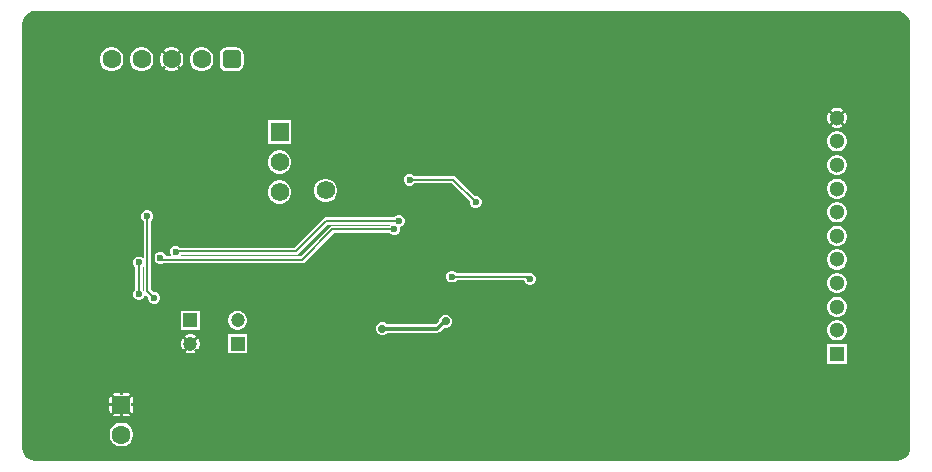
<source format=gbr>
%TF.GenerationSoftware,Altium Limited,Altium Designer,24.5.1 (21)*%
G04 Layer_Physical_Order=2*
G04 Layer_Color=16711680*
%FSLAX45Y45*%
%MOMM*%
%TF.SameCoordinates,A56B3D6E-D5BE-476E-BB8E-EB53D717D8A4*%
%TF.FilePolarity,Positive*%
%TF.FileFunction,Copper,L2,Bot,Signal*%
%TF.Part,Single*%
G01*
G75*
%TA.AperFunction,Conductor*%
%ADD34C,0.30000*%
%ADD35C,0.20000*%
%TA.AperFunction,ComponentPad*%
%ADD37C,1.60000*%
G04:AMPARAMS|DCode=38|XSize=1.6mm|YSize=1.6mm|CornerRadius=0.4mm|HoleSize=0mm|Usage=FLASHONLY|Rotation=180.000|XOffset=0mm|YOffset=0mm|HoleType=Round|Shape=RoundedRectangle|*
%AMROUNDEDRECTD38*
21,1,1.60000,0.80000,0,0,180.0*
21,1,0.80000,1.60000,0,0,180.0*
1,1,0.80000,-0.40000,0.40000*
1,1,0.80000,0.40000,0.40000*
1,1,0.80000,0.40000,-0.40000*
1,1,0.80000,-0.40000,-0.40000*
%
%ADD38ROUNDEDRECTD38*%
%ADD39C,1.20000*%
%ADD40R,1.20000X1.20000*%
G04:AMPARAMS|DCode=41|XSize=1.6mm|YSize=1.6mm|CornerRadius=0.4mm|HoleSize=0mm|Usage=FLASHONLY|Rotation=270.000|XOffset=0mm|YOffset=0mm|HoleType=Round|Shape=RoundedRectangle|*
%AMROUNDEDRECTD41*
21,1,1.60000,0.80000,0,0,270.0*
21,1,0.80000,1.60000,0,0,270.0*
1,1,0.80000,-0.40000,-0.40000*
1,1,0.80000,-0.40000,0.40000*
1,1,0.80000,0.40000,0.40000*
1,1,0.80000,0.40000,-0.40000*
%
%ADD41ROUNDEDRECTD41*%
%ADD42R,1.30000X1.30000*%
%ADD43C,1.30000*%
%ADD44C,1.57000*%
%ADD45R,1.57000X1.57000*%
%TA.AperFunction,ViaPad*%
%ADD46C,0.60000*%
%ADD47C,0.70000*%
G36*
X17006886Y9224713D02*
X17028030Y9215955D01*
X17047060Y9203241D01*
X17063242Y9187058D01*
X17075955Y9168031D01*
X17084714Y9146887D01*
X17089177Y9124442D01*
Y9113000D01*
Y5537000D01*
Y5525558D01*
X17084714Y5503113D01*
X17075955Y5481970D01*
X17063242Y5462941D01*
X17047058Y5446758D01*
X17028030Y5434045D01*
X17006886Y5425287D01*
X16984444Y5420823D01*
X9675557D01*
X9653112Y5425287D01*
X9631970Y5434045D01*
X9612941Y5446759D01*
X9596758Y5462942D01*
X9584045Y5481969D01*
X9575287Y5503113D01*
X9570823Y5525557D01*
Y5537000D01*
Y9113000D01*
Y9124443D01*
X9575287Y9146887D01*
X9584045Y9168030D01*
X9596759Y9187059D01*
X9612942Y9203241D01*
X9631969Y9215955D01*
X9653112Y9224713D01*
X9675557Y9229177D01*
X16984442D01*
X17006886Y9224713D01*
D02*
G37*
%LPC*%
G36*
X10849165Y8920000D02*
X10822835D01*
X10797402Y8913185D01*
X10774599Y8900020D01*
X10774270Y8899691D01*
X10790743Y8883217D01*
X10772783Y8865257D01*
X10756309Y8881730D01*
X10755980Y8881401D01*
X10742815Y8858598D01*
X10736000Y8833165D01*
Y8806835D01*
X10742815Y8781402D01*
X10755980Y8758599D01*
X10756309Y8758270D01*
X10772783Y8774743D01*
X10790743Y8756783D01*
X10774270Y8740309D01*
X10774599Y8739980D01*
X10797402Y8726815D01*
X10822835Y8720000D01*
X10849165D01*
X10874598Y8726815D01*
X10897401Y8739980D01*
X10897730Y8740309D01*
X10881257Y8756783D01*
X10899217Y8774743D01*
X10915691Y8758270D01*
X10916020Y8758599D01*
X10929185Y8781402D01*
X10936000Y8806835D01*
Y8833165D01*
X10929185Y8858598D01*
X10916020Y8881401D01*
X10915691Y8881730D01*
X10899217Y8865257D01*
X10881257Y8883217D01*
X10897730Y8899691D01*
X10897401Y8900020D01*
X10874598Y8913185D01*
X10849165Y8920000D01*
D02*
G37*
G36*
X11103165D02*
X11076835D01*
X11051402Y8913185D01*
X11028599Y8900020D01*
X11009980Y8881401D01*
X10996815Y8858598D01*
X10990000Y8833165D01*
Y8806835D01*
X10996815Y8781402D01*
X11009980Y8758599D01*
X11028599Y8739980D01*
X11051402Y8726815D01*
X11076835Y8720000D01*
X11103165D01*
X11128598Y8726815D01*
X11151401Y8739980D01*
X11170020Y8758599D01*
X11183185Y8781402D01*
X11190000Y8806835D01*
Y8833165D01*
X11183185Y8858598D01*
X11170020Y8881401D01*
X11151401Y8900020D01*
X11128598Y8913185D01*
X11103165Y8920000D01*
D02*
G37*
G36*
X10595165D02*
X10568835D01*
X10543402Y8913185D01*
X10520599Y8900020D01*
X10501980Y8881401D01*
X10488815Y8858598D01*
X10482000Y8833165D01*
Y8806835D01*
X10488815Y8781402D01*
X10501980Y8758599D01*
X10520599Y8739980D01*
X10543402Y8726815D01*
X10568835Y8720000D01*
X10595165D01*
X10620598Y8726815D01*
X10643401Y8739980D01*
X10662020Y8758599D01*
X10675185Y8781402D01*
X10682000Y8806835D01*
Y8833165D01*
X10675185Y8858598D01*
X10662020Y8881401D01*
X10643401Y8900020D01*
X10620598Y8913185D01*
X10595165Y8920000D01*
D02*
G37*
G36*
X10341165D02*
X10314835D01*
X10289402Y8913185D01*
X10266599Y8900020D01*
X10247980Y8881401D01*
X10234815Y8858598D01*
X10228000Y8833165D01*
Y8806835D01*
X10234815Y8781402D01*
X10247980Y8758599D01*
X10266599Y8739980D01*
X10289402Y8726815D01*
X10314835Y8720000D01*
X10341165D01*
X10366598Y8726815D01*
X10389401Y8739980D01*
X10408020Y8758599D01*
X10421185Y8781402D01*
X10428000Y8806835D01*
Y8833165D01*
X10421185Y8858598D01*
X10408020Y8881401D01*
X10389401Y8900020D01*
X10366598Y8913185D01*
X10341165Y8920000D01*
D02*
G37*
G36*
X11384000Y8921175D02*
X11304000D01*
X11280589Y8916519D01*
X11260743Y8903257D01*
X11247481Y8883411D01*
X11242825Y8860000D01*
Y8780000D01*
X11247481Y8756589D01*
X11260743Y8736742D01*
X11280589Y8723481D01*
X11304000Y8718825D01*
X11384000D01*
X11407411Y8723481D01*
X11427257Y8736742D01*
X11440519Y8756589D01*
X11445175Y8780000D01*
Y8860000D01*
X11440519Y8883411D01*
X11427257Y8903257D01*
X11407411Y8916519D01*
X11384000Y8921175D01*
D02*
G37*
G36*
X16481190Y8410000D02*
X16458810D01*
X16437192Y8404207D01*
X16419164Y8393798D01*
X16435519Y8377442D01*
X16417558Y8359482D01*
X16401202Y8375838D01*
X16390793Y8357809D01*
X16385001Y8336191D01*
Y8313810D01*
X16390793Y8292191D01*
X16401202Y8274162D01*
X16417558Y8290518D01*
X16435519Y8272558D01*
X16419164Y8256202D01*
X16437192Y8245793D01*
X16458810Y8240000D01*
X16481190D01*
X16502811Y8245793D01*
X16520839Y8256202D01*
X16504483Y8272558D01*
X16522443Y8290518D01*
X16538799Y8274162D01*
X16549208Y8292191D01*
X16555000Y8313810D01*
Y8336191D01*
X16549208Y8357809D01*
X16538799Y8375838D01*
X16522443Y8359482D01*
X16504483Y8377442D01*
X16520839Y8393798D01*
X16502811Y8404207D01*
X16481190Y8410000D01*
D02*
G37*
G36*
X11848500Y8302500D02*
X11651500D01*
Y8105500D01*
X11848500D01*
Y8302500D01*
D02*
G37*
G36*
X16481190Y8210000D02*
X16458810D01*
X16437192Y8204207D01*
X16417810Y8193017D01*
X16401984Y8177191D01*
X16390793Y8157809D01*
X16385001Y8136190D01*
Y8113810D01*
X16390793Y8092191D01*
X16401984Y8072809D01*
X16417810Y8056983D01*
X16437192Y8045793D01*
X16458810Y8040000D01*
X16481190D01*
X16502811Y8045793D01*
X16522192Y8056983D01*
X16538017Y8072809D01*
X16549208Y8092191D01*
X16555000Y8113810D01*
Y8136190D01*
X16549208Y8157809D01*
X16538017Y8177191D01*
X16522192Y8193017D01*
X16502811Y8204207D01*
X16481190Y8210000D01*
D02*
G37*
G36*
X11762968Y8048500D02*
X11737032D01*
X11711981Y8041787D01*
X11689520Y8028820D01*
X11671181Y8010481D01*
X11658213Y7988020D01*
X11651500Y7962968D01*
Y7937032D01*
X11658213Y7911981D01*
X11671181Y7889520D01*
X11689520Y7871181D01*
X11711981Y7858213D01*
X11737032Y7851500D01*
X11762968D01*
X11788020Y7858213D01*
X11810481Y7871181D01*
X11828820Y7889520D01*
X11841787Y7911981D01*
X11848500Y7937032D01*
Y7962968D01*
X11841787Y7988020D01*
X11828820Y8010481D01*
X11810481Y8028820D01*
X11788020Y8041787D01*
X11762968Y8048500D01*
D02*
G37*
G36*
X16481190Y8010000D02*
X16458810D01*
X16437192Y8004208D01*
X16417810Y7993017D01*
X16401984Y7977191D01*
X16390793Y7957809D01*
X16385001Y7936191D01*
Y7913810D01*
X16390793Y7892191D01*
X16401984Y7872809D01*
X16417810Y7856983D01*
X16437192Y7845793D01*
X16458810Y7840000D01*
X16481190D01*
X16502811Y7845793D01*
X16522192Y7856983D01*
X16538017Y7872809D01*
X16549208Y7892191D01*
X16555000Y7913810D01*
Y7936191D01*
X16549208Y7957809D01*
X16538017Y7977191D01*
X16522192Y7993017D01*
X16502811Y8004208D01*
X16481190Y8010000D01*
D02*
G37*
G36*
Y7810000D02*
X16458810D01*
X16437192Y7804207D01*
X16417810Y7793017D01*
X16401984Y7777191D01*
X16390793Y7757809D01*
X16385001Y7736191D01*
Y7713810D01*
X16390793Y7692191D01*
X16401984Y7672809D01*
X16417810Y7656983D01*
X16437192Y7645793D01*
X16458810Y7640000D01*
X16481190D01*
X16502811Y7645793D01*
X16522192Y7656983D01*
X16538017Y7672809D01*
X16549208Y7692191D01*
X16555000Y7713810D01*
Y7736191D01*
X16549208Y7757809D01*
X16538017Y7777191D01*
X16522192Y7793017D01*
X16502811Y7804207D01*
X16481190Y7810000D01*
D02*
G37*
G36*
X12152968Y7808500D02*
X12127032D01*
X12101981Y7801787D01*
X12079520Y7788820D01*
X12061181Y7770481D01*
X12048213Y7748020D01*
X12041500Y7722968D01*
Y7697032D01*
X12048213Y7671981D01*
X12061181Y7649520D01*
X12079520Y7631181D01*
X12101981Y7618213D01*
X12127032Y7611500D01*
X12152968D01*
X12178020Y7618213D01*
X12200481Y7631181D01*
X12218820Y7649520D01*
X12231787Y7671981D01*
X12238500Y7697032D01*
Y7722968D01*
X12231787Y7748020D01*
X12218820Y7770481D01*
X12200481Y7788820D01*
X12178020Y7801787D01*
X12152968Y7808500D01*
D02*
G37*
G36*
X11762968Y7794500D02*
X11737032D01*
X11711981Y7787787D01*
X11689520Y7774820D01*
X11671181Y7756481D01*
X11658213Y7734020D01*
X11651500Y7708968D01*
Y7683032D01*
X11658213Y7657981D01*
X11671181Y7635520D01*
X11689520Y7617181D01*
X11711981Y7604213D01*
X11737032Y7597500D01*
X11762968D01*
X11788020Y7604213D01*
X11810481Y7617181D01*
X11828820Y7635520D01*
X11841787Y7657981D01*
X11848500Y7683032D01*
Y7708968D01*
X11841787Y7734020D01*
X11828820Y7756481D01*
X11810481Y7774820D01*
X11788020Y7787787D01*
X11762968Y7794500D01*
D02*
G37*
G36*
X12859946Y7850000D02*
X12840054D01*
X12821677Y7842388D01*
X12807613Y7828323D01*
X12800000Y7809946D01*
Y7790054D01*
X12807613Y7771677D01*
X12821677Y7757612D01*
X12840054Y7750000D01*
X12859946D01*
X12878323Y7757612D01*
X12890123Y7769412D01*
X13207330D01*
X13360001Y7616742D01*
Y7600054D01*
X13367612Y7581677D01*
X13381677Y7567612D01*
X13400053Y7560000D01*
X13419946D01*
X13438322Y7567612D01*
X13452388Y7581677D01*
X13460001Y7600054D01*
Y7619946D01*
X13452388Y7638323D01*
X13438322Y7652388D01*
X13419946Y7660000D01*
X13403258D01*
X13241629Y7821629D01*
X13231706Y7828259D01*
X13220000Y7830588D01*
X13220000Y7830588D01*
X12890123D01*
X12878323Y7842388D01*
X12859946Y7850000D01*
D02*
G37*
G36*
X16481190Y7610000D02*
X16458810D01*
X16437192Y7604207D01*
X16417810Y7593017D01*
X16401984Y7577191D01*
X16390793Y7557809D01*
X16385001Y7536190D01*
Y7513809D01*
X16390793Y7492191D01*
X16401984Y7472809D01*
X16417810Y7456983D01*
X16437192Y7445793D01*
X16458810Y7440000D01*
X16481190D01*
X16502811Y7445793D01*
X16522192Y7456983D01*
X16538017Y7472809D01*
X16549208Y7492191D01*
X16555000Y7513809D01*
Y7536190D01*
X16549208Y7557809D01*
X16538017Y7577191D01*
X16522192Y7593017D01*
X16502811Y7604207D01*
X16481190Y7610000D01*
D02*
G37*
G36*
X12769946Y7500000D02*
X12750054D01*
X12731677Y7492388D01*
X12719877Y7480588D01*
X12140000D01*
X12128295Y7478259D01*
X12118371Y7471629D01*
X12118371Y7471628D01*
X11872330Y7225588D01*
X10905123D01*
X10898323Y7232388D01*
X10879946Y7240000D01*
X10860054D01*
X10841677Y7232388D01*
X10827612Y7218323D01*
X10820000Y7199946D01*
Y7180054D01*
X10827612Y7161677D01*
X10834102Y7155188D01*
X10788569D01*
X10783644Y7167078D01*
X10769578Y7181143D01*
X10751201Y7188755D01*
X10731310D01*
X10712933Y7181143D01*
X10698868Y7167078D01*
X10691256Y7148701D01*
Y7128810D01*
X10698868Y7110433D01*
X10712933Y7096367D01*
X10731310Y7088755D01*
X10751201D01*
X10764653Y7094327D01*
X10766235Y7094012D01*
X10766236Y7094012D01*
X11941577D01*
X11941578Y7094012D01*
X11953284Y7096341D01*
X11963207Y7102971D01*
X12209648Y7349412D01*
X12679877D01*
X12691677Y7337612D01*
X12710054Y7330000D01*
X12729946D01*
X12748323Y7337612D01*
X12762388Y7351677D01*
X12770000Y7370054D01*
Y7389946D01*
X12765835Y7400000D01*
X12769946D01*
X12788323Y7407612D01*
X12802388Y7421677D01*
X12810001Y7440054D01*
Y7459946D01*
X12802388Y7478323D01*
X12788323Y7492388D01*
X12769946Y7500000D01*
D02*
G37*
G36*
X16481190Y7410000D02*
X16458810D01*
X16437192Y7404207D01*
X16417810Y7393017D01*
X16401984Y7377191D01*
X16390793Y7357809D01*
X16385001Y7336191D01*
Y7313810D01*
X16390793Y7292191D01*
X16401984Y7272809D01*
X16417810Y7256983D01*
X16437192Y7245793D01*
X16458810Y7240000D01*
X16481190D01*
X16502811Y7245793D01*
X16522192Y7256983D01*
X16538017Y7272809D01*
X16549208Y7292191D01*
X16555000Y7313810D01*
Y7336191D01*
X16549208Y7357809D01*
X16538017Y7377191D01*
X16522192Y7393017D01*
X16502811Y7404207D01*
X16481190Y7410000D01*
D02*
G37*
G36*
X10639946Y7540000D02*
X10620054D01*
X10601677Y7532388D01*
X10587612Y7518323D01*
X10580000Y7499946D01*
Y7480054D01*
X10587612Y7461677D01*
X10599412Y7449877D01*
Y7131298D01*
X10588323Y7142388D01*
X10569946Y7150000D01*
X10550054D01*
X10531677Y7142388D01*
X10517612Y7128323D01*
X10510000Y7109946D01*
Y7090054D01*
X10517612Y7071677D01*
X10529412Y7059877D01*
Y6870123D01*
X10517612Y6858323D01*
X10510000Y6839946D01*
Y6820054D01*
X10517612Y6801677D01*
X10531677Y6787612D01*
X10550054Y6780000D01*
X10569946D01*
X10588323Y6787612D01*
X10602388Y6801677D01*
X10610000Y6820054D01*
Y6836742D01*
X10640000Y6806743D01*
Y6790054D01*
X10647612Y6771677D01*
X10661677Y6757612D01*
X10680054Y6750000D01*
X10699946D01*
X10718323Y6757612D01*
X10732388Y6771677D01*
X10740000Y6790054D01*
Y6809946D01*
X10732388Y6828323D01*
X10718323Y6842388D01*
X10699946Y6850000D01*
X10683258D01*
X10660588Y6872670D01*
Y7449877D01*
X10672388Y7461677D01*
X10680000Y7480054D01*
Y7499946D01*
X10672388Y7518323D01*
X10658323Y7532388D01*
X10639946Y7540000D01*
D02*
G37*
G36*
X16481190Y7210000D02*
X16458810D01*
X16437192Y7204207D01*
X16417810Y7193017D01*
X16401984Y7177191D01*
X16390793Y7157809D01*
X16385001Y7136190D01*
Y7113809D01*
X16390793Y7092191D01*
X16401984Y7072809D01*
X16417810Y7056983D01*
X16437192Y7045793D01*
X16458810Y7040000D01*
X16481190D01*
X16502811Y7045793D01*
X16522192Y7056983D01*
X16538017Y7072809D01*
X16549208Y7092191D01*
X16555000Y7113809D01*
Y7136190D01*
X16549208Y7157809D01*
X16538017Y7177191D01*
X16522192Y7193017D01*
X16502811Y7204207D01*
X16481190Y7210000D01*
D02*
G37*
G36*
X13219946Y7030000D02*
X13200053D01*
X13181677Y7022388D01*
X13167612Y7008323D01*
X13160001Y6989946D01*
Y6970054D01*
X13167612Y6951677D01*
X13181677Y6937612D01*
X13200053Y6930000D01*
X13219946D01*
X13238322Y6937612D01*
X13250124Y6949412D01*
X13820267D01*
X13827612Y6931677D01*
X13841676Y6917612D01*
X13860054Y6910000D01*
X13879945D01*
X13898323Y6917612D01*
X13912389Y6931677D01*
X13920000Y6950054D01*
Y6969946D01*
X13912389Y6988323D01*
X13898323Y7002388D01*
X13879945Y7010000D01*
X13860054D01*
X13852785Y7006988D01*
X13850880Y7008259D01*
X13839175Y7010588D01*
X13839175Y7010588D01*
X13250124D01*
X13238322Y7022388D01*
X13219946Y7030000D01*
D02*
G37*
G36*
X16481190Y7010000D02*
X16458810D01*
X16437192Y7004207D01*
X16417810Y6993017D01*
X16401984Y6977191D01*
X16390793Y6957809D01*
X16385001Y6936191D01*
Y6913810D01*
X16390793Y6892191D01*
X16401984Y6872809D01*
X16417810Y6856983D01*
X16437192Y6845793D01*
X16458810Y6840000D01*
X16481190D01*
X16502811Y6845793D01*
X16522192Y6856983D01*
X16538017Y6872809D01*
X16549208Y6892191D01*
X16555000Y6913810D01*
Y6936191D01*
X16549208Y6957809D01*
X16538017Y6977191D01*
X16522192Y6993017D01*
X16502811Y7004207D01*
X16481190Y7010000D01*
D02*
G37*
G36*
Y6810000D02*
X16458810D01*
X16437192Y6804207D01*
X16417810Y6793017D01*
X16401984Y6777191D01*
X16390793Y6757809D01*
X16385001Y6736190D01*
Y6713810D01*
X16390793Y6692191D01*
X16401984Y6672809D01*
X16417810Y6656983D01*
X16437192Y6645793D01*
X16458810Y6640000D01*
X16481190D01*
X16502811Y6645793D01*
X16522192Y6656983D01*
X16538017Y6672809D01*
X16549208Y6692191D01*
X16555000Y6713810D01*
Y6736190D01*
X16549208Y6757809D01*
X16538017Y6777191D01*
X16522192Y6793017D01*
X16502811Y6804207D01*
X16481190Y6810000D01*
D02*
G37*
G36*
X13165939Y6655000D02*
X13144060D01*
X13123845Y6646627D01*
X13108372Y6631155D01*
X13100000Y6610940D01*
Y6603911D01*
X13071774Y6575686D01*
X12662096D01*
X12651155Y6586626D01*
X12630940Y6595000D01*
X12609060D01*
X12588845Y6586626D01*
X12573373Y6571155D01*
X12565000Y6550940D01*
Y6529060D01*
X12573373Y6508845D01*
X12588845Y6493373D01*
X12609060Y6485000D01*
X12630940D01*
X12651155Y6493373D01*
X12662096Y6504314D01*
X13086555D01*
X13100212Y6507031D01*
X13111790Y6514766D01*
X13142619Y6545597D01*
X13144060Y6545000D01*
X13165939D01*
X13186156Y6553373D01*
X13201627Y6568845D01*
X13210001Y6589060D01*
Y6610940D01*
X13201627Y6631155D01*
X13186156Y6646627D01*
X13165939Y6655000D01*
D02*
G37*
G36*
X11405532Y6690000D02*
X11384468D01*
X11364121Y6684548D01*
X11345879Y6674016D01*
X11330984Y6659121D01*
X11320452Y6640879D01*
X11315000Y6620532D01*
Y6599468D01*
X11320452Y6579121D01*
X11330984Y6560879D01*
X11345879Y6545984D01*
X11364121Y6535452D01*
X11384468Y6530000D01*
X11405532D01*
X11425879Y6535452D01*
X11444121Y6545984D01*
X11459016Y6560879D01*
X11469548Y6579121D01*
X11475000Y6599468D01*
Y6620532D01*
X11469548Y6640879D01*
X11459016Y6659121D01*
X11444121Y6674016D01*
X11425879Y6684548D01*
X11405532Y6690000D01*
D02*
G37*
G36*
X11075000D02*
X10915000D01*
Y6530000D01*
X11075000D01*
Y6690000D01*
D02*
G37*
G36*
X11005532Y6490000D02*
X10984468D01*
X10964121Y6484548D01*
X10947822Y6475138D01*
X10964129Y6458831D01*
X10946169Y6440871D01*
X10929862Y6457177D01*
X10920452Y6440879D01*
X10915000Y6420532D01*
Y6399468D01*
X10920452Y6379121D01*
X10929862Y6362822D01*
X10946169Y6379129D01*
X10964129Y6361169D01*
X10947822Y6344862D01*
X10964121Y6335452D01*
X10984468Y6330000D01*
X11005532D01*
X11025879Y6335452D01*
X11042177Y6344862D01*
X11025871Y6361169D01*
X11043831Y6379129D01*
X11060138Y6362822D01*
X11069548Y6379121D01*
X11075000Y6399468D01*
Y6420532D01*
X11069548Y6440879D01*
X11060138Y6457177D01*
X11043831Y6440871D01*
X11025871Y6458831D01*
X11042177Y6475138D01*
X11025879Y6484548D01*
X11005532Y6490000D01*
D02*
G37*
G36*
X16481190Y6610000D02*
X16458810D01*
X16437192Y6604208D01*
X16417810Y6593017D01*
X16401984Y6577191D01*
X16390793Y6557809D01*
X16385001Y6536191D01*
Y6513810D01*
X16390793Y6492191D01*
X16401984Y6472809D01*
X16417810Y6456983D01*
X16437192Y6445793D01*
X16458810Y6440000D01*
X16481190D01*
X16502811Y6445793D01*
X16522192Y6456983D01*
X16538017Y6472809D01*
X16549208Y6492191D01*
X16555000Y6513810D01*
Y6536191D01*
X16549208Y6557809D01*
X16538017Y6577191D01*
X16522192Y6593017D01*
X16502811Y6604208D01*
X16481190Y6610000D01*
D02*
G37*
G36*
X11475000Y6490000D02*
X11315000D01*
Y6330000D01*
X11475000D01*
Y6490000D01*
D02*
G37*
G36*
X16555000Y6410000D02*
X16385001D01*
Y6240000D01*
X16555000D01*
Y6410000D01*
D02*
G37*
G36*
X10450000Y5998175D02*
X10422700D01*
Y5974712D01*
X10397300D01*
Y5998175D01*
X10370000D01*
X10346589Y5993519D01*
X10337509Y5987451D01*
X10353774Y5971187D01*
X10335813Y5953226D01*
X10319549Y5969491D01*
X10313481Y5960411D01*
X10308825Y5937000D01*
Y5909700D01*
X10332288D01*
Y5884300D01*
X10308825D01*
Y5857000D01*
X10313481Y5833589D01*
X10319549Y5824509D01*
X10335813Y5840773D01*
X10353774Y5822813D01*
X10337509Y5806548D01*
X10346589Y5800481D01*
X10370000Y5795825D01*
X10397300D01*
Y5819288D01*
X10422700D01*
Y5795825D01*
X10450000D01*
X10473411Y5800481D01*
X10482491Y5806548D01*
X10466226Y5822813D01*
X10484187Y5840773D01*
X10500451Y5824509D01*
X10506519Y5833589D01*
X10511175Y5857000D01*
Y5884300D01*
X10487712D01*
Y5909700D01*
X10511175D01*
Y5937000D01*
X10506519Y5960411D01*
X10500451Y5969491D01*
X10484187Y5953226D01*
X10466226Y5971187D01*
X10482491Y5987451D01*
X10473411Y5993519D01*
X10450000Y5998175D01*
D02*
G37*
G36*
X10423165Y5743000D02*
X10396835D01*
X10371402Y5736185D01*
X10348599Y5723020D01*
X10329980Y5704401D01*
X10316815Y5681598D01*
X10310000Y5656165D01*
Y5629835D01*
X10316815Y5604402D01*
X10329980Y5581599D01*
X10348599Y5562980D01*
X10371402Y5549815D01*
X10396835Y5543000D01*
X10423165D01*
X10448598Y5549815D01*
X10471401Y5562980D01*
X10490020Y5581599D01*
X10503185Y5604402D01*
X10510000Y5629835D01*
Y5656165D01*
X10503185Y5681598D01*
X10490020Y5704401D01*
X10471401Y5723020D01*
X10448598Y5736185D01*
X10423165Y5743000D01*
D02*
G37*
%LPD*%
G36*
X12679877Y7410588D02*
X12196978D01*
X12185273Y7408259D01*
X12175349Y7401629D01*
X12175349Y7401628D01*
X11928908Y7155188D01*
X10905899D01*
X10912388Y7161677D01*
X10913521Y7164412D01*
X11884999D01*
X11885000Y7164412D01*
X11896705Y7166741D01*
X11906629Y7173371D01*
X12152670Y7419412D01*
X12688702D01*
X12679877Y7410588D01*
D02*
G37*
G36*
X10599412Y6861298D02*
X10590588Y6870123D01*
Y7059877D01*
X10599412Y7068702D01*
Y6861298D01*
D02*
G37*
D34*
X12620000Y6540000D02*
X13086555D01*
X13146556Y6600000D02*
X13155000D01*
X13086555Y6540000D02*
X13146556Y6600000D01*
D35*
X13210001Y6980000D02*
X13839175D01*
X13859177Y6960000D02*
X13870000D01*
X13839175Y6980000D02*
X13859177Y6960000D01*
X12850000Y7800000D02*
X13220000D01*
X13410001Y7610000D01*
X10630000Y6860000D02*
Y7490000D01*
Y6860000D02*
X10690000Y6800000D01*
X10560000Y6830000D02*
Y7100000D01*
X11941578Y7124600D02*
X12196978Y7380000D01*
X12720000D01*
X10752080Y7138755D02*
X10766235Y7124600D01*
X10741256Y7138755D02*
X10752080D01*
X10766235Y7124600D02*
X11941578D01*
X10875000Y7195000D02*
X11885000D01*
X12140000Y7450000D01*
X10870000Y7190000D02*
X10875000Y7195000D01*
X12140000Y7450000D02*
X12760000D01*
D37*
X10328000Y8820000D02*
D03*
X10582000D02*
D03*
X11090000D02*
D03*
X10836000D02*
D03*
X10410000Y5643000D02*
D03*
D38*
X11344000Y8820000D02*
D03*
D39*
X10995000Y6410000D02*
D03*
X11395000Y6610000D02*
D03*
D40*
X10995000D02*
D03*
X11395000Y6410000D02*
D03*
D41*
X10410000Y5897000D02*
D03*
D42*
X16470001Y6325000D02*
D03*
D43*
Y6525000D02*
D03*
Y6725000D02*
D03*
Y6925000D02*
D03*
Y7125000D02*
D03*
Y7325000D02*
D03*
Y7525000D02*
D03*
Y7725000D02*
D03*
Y7925000D02*
D03*
Y8125000D02*
D03*
Y8325000D02*
D03*
D44*
X12140000Y7710000D02*
D03*
X11750000Y7696000D02*
D03*
Y7950000D02*
D03*
D45*
Y8204000D02*
D03*
D46*
X13960001Y8270000D02*
D03*
X13760001D02*
D03*
X13860001Y8275000D02*
D03*
X16560001Y9020000D02*
D03*
X16700000D02*
D03*
Y8900000D02*
D03*
X16560001D02*
D03*
Y8760000D02*
D03*
X16700000D02*
D03*
X12350000Y6630000D02*
D03*
X10530000Y6370000D02*
D03*
X10730000Y6140000D02*
D03*
X11910000Y5780000D02*
D03*
X12960001Y8230000D02*
D03*
X12970000Y8000000D02*
D03*
X13310001D02*
D03*
X12660000Y7890000D02*
D03*
X14280000Y8620000D02*
D03*
Y8990000D02*
D03*
X14820000Y8830000D02*
D03*
X15189999Y8890000D02*
D03*
X13870000Y6960000D02*
D03*
X13410001Y7610000D02*
D03*
X10560000Y7100000D02*
D03*
X10741256Y7138755D02*
D03*
X10560000Y6830000D02*
D03*
X10630000Y7490000D02*
D03*
X10690000Y6800000D02*
D03*
X12360000Y7260000D02*
D03*
X12720000Y7380000D02*
D03*
X12360000Y7050000D02*
D03*
X10370000Y6780000D02*
D03*
X11850000Y6030000D02*
D03*
X12880000Y6290000D02*
D03*
X11640000Y5880000D02*
D03*
X11102500Y8360000D02*
D03*
X10932500Y8520000D02*
D03*
X10832500D02*
D03*
X11102500Y8240000D02*
D03*
X10822500Y8070000D02*
D03*
X10662500Y8240000D02*
D03*
X10932500Y8070000D02*
D03*
X10662500Y8360000D02*
D03*
X11680000Y8460000D02*
D03*
X13060001Y7370000D02*
D03*
X11800000Y7260000D02*
D03*
X11570000Y7320000D02*
D03*
X10870000Y7190000D02*
D03*
X12760000Y7450000D02*
D03*
X12850000Y7800000D02*
D03*
X13500000Y7830000D02*
D03*
X12360000Y7160000D02*
D03*
X12170000Y7010000D02*
D03*
X11450000Y6010000D02*
D03*
X13210001Y6980000D02*
D03*
D47*
X13155000Y6600000D02*
D03*
X12620000Y6540000D02*
D03*
%TF.MD5,c9e1a3fcb383980f7794651c8bca377f*%
M02*

</source>
